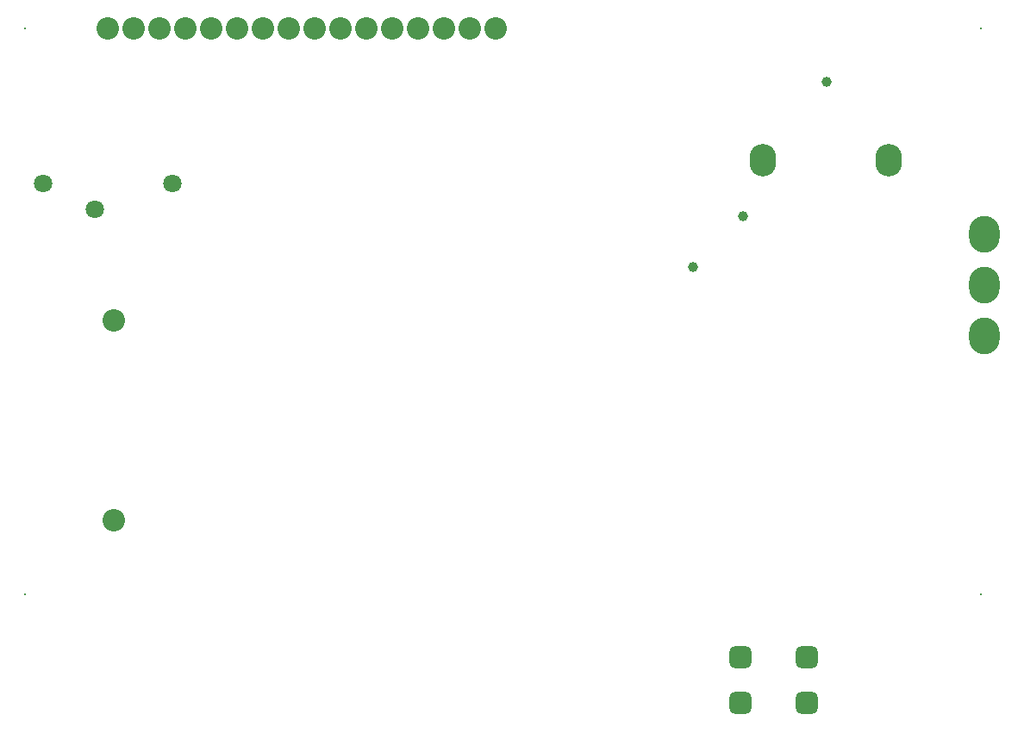
<source format=gts>
G04 Layer_Color=8388736*
%FSLAX44Y44*%
%MOMM*%
G71*
G01*
G75*
G04:AMPARAMS|DCode=30|XSize=2.2032mm|YSize=2.2032mm|CornerRadius=0.6016mm|HoleSize=0mm|Usage=FLASHONLY|Rotation=0.000|XOffset=0mm|YOffset=0mm|HoleType=Round|Shape=RoundedRectangle|*
%AMROUNDEDRECTD30*
21,1,2.2032,1.0000,0,0,0.0*
21,1,1.0000,2.2032,0,0,0.0*
1,1,1.2032,0.5000,-0.5000*
1,1,1.2032,-0.5000,-0.5000*
1,1,1.2032,-0.5000,0.5000*
1,1,1.2032,0.5000,0.5000*
%
%ADD30ROUNDEDRECTD30*%
%ADD31O,2.6032X3.2032*%
%ADD32C,1.8032*%
%ADD33C,2.2032*%
%ADD34C,0.2032*%
%ADD35O,3.0032X3.6032*%
%ADD36C,1.0032*%
D30*
X755250Y113859D02*
D03*
Y68859D02*
D03*
X820250D02*
D03*
X820250Y113859D02*
D03*
D31*
X900900Y602500D02*
D03*
X777500D02*
D03*
D32*
X197000Y580000D02*
D03*
X70000D02*
D03*
X120800Y554600D02*
D03*
D33*
X140000Y445000D02*
D03*
Y249000D02*
D03*
X261300Y732500D02*
D03*
X286700D02*
D03*
X312100D02*
D03*
X235900D02*
D03*
X185100D02*
D03*
X210500D02*
D03*
X159700D02*
D03*
X134300D02*
D03*
X464500D02*
D03*
X489900D02*
D03*
X515300D02*
D03*
X439100D02*
D03*
X388300D02*
D03*
X413700D02*
D03*
X362900D02*
D03*
X337500D02*
D03*
D34*
X53020D02*
D03*
X991550Y732500D02*
D03*
X991550Y176240D02*
D03*
X53020D02*
D03*
D35*
X995000Y530000D02*
D03*
Y480000D02*
D03*
Y430000D02*
D03*
D36*
X757500Y547500D02*
D03*
X840000Y680000D02*
D03*
X708814Y497500D02*
D03*
M02*

</source>
